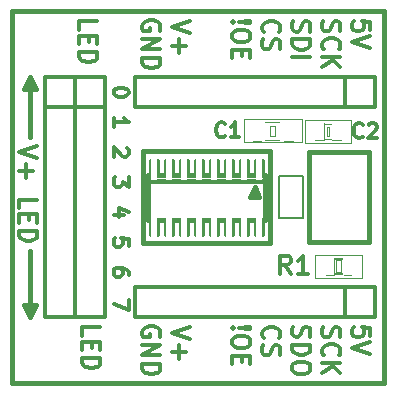
<source format=gto>
G04 (created by PCBNEW (2013-02-09 BZR 3938)-testing) date Sat 09 Feb 2013 11:14:46 PM CET*
%MOIN*%
G04 Gerber Fmt 3.4, Leading zero omitted, Abs format*
%FSLAX34Y34*%
G01*
G70*
G90*
G04 APERTURE LIST*
%ADD10C,2.3622e-06*%
%ADD11C,0.012*%
%ADD12C,0.015*%
%ADD13C,0.0026*%
%ADD14C,0.006*%
%ADD15C,0.002*%
%ADD16C,0.004*%
%ADD17C,0.008*%
%ADD18R,0.0649606X0.0649606*%
%ADD19C,0.0649606*%
%ADD20C,0.06*%
%ADD21R,0.0236X0.0866*%
%ADD22R,0.0511X0.059*%
%ADD23R,0.0629X0.0708*%
%ADD24R,0.04X0.04*%
G04 APERTURE END LIST*
G54D10*
G54D11*
X49114Y-27964D02*
X49085Y-27992D01*
X49057Y-27964D01*
X49085Y-27935D01*
X49114Y-27964D01*
X49057Y-27964D01*
X49285Y-27964D02*
X49628Y-27935D01*
X49657Y-27964D01*
X49628Y-27992D01*
X49285Y-27964D01*
X49657Y-27964D01*
X49657Y-28364D02*
X49657Y-28478D01*
X49628Y-28535D01*
X49571Y-28592D01*
X49457Y-28621D01*
X49257Y-28621D01*
X49142Y-28592D01*
X49085Y-28535D01*
X49057Y-28478D01*
X49057Y-28364D01*
X49085Y-28307D01*
X49142Y-28250D01*
X49257Y-28221D01*
X49457Y-28221D01*
X49571Y-28250D01*
X49628Y-28307D01*
X49657Y-28364D01*
X49371Y-28878D02*
X49371Y-29078D01*
X49057Y-29164D02*
X49057Y-28878D01*
X49657Y-28878D01*
X49657Y-29164D01*
X44057Y-28214D02*
X44057Y-27928D01*
X44657Y-27928D01*
X44371Y-28414D02*
X44371Y-28614D01*
X44057Y-28700D02*
X44057Y-28414D01*
X44657Y-28414D01*
X44657Y-28700D01*
X44057Y-28957D02*
X44657Y-28957D01*
X44657Y-29100D01*
X44628Y-29185D01*
X44571Y-29242D01*
X44514Y-29271D01*
X44400Y-29300D01*
X44314Y-29300D01*
X44200Y-29271D01*
X44142Y-29242D01*
X44085Y-29185D01*
X44057Y-29100D01*
X44057Y-28957D01*
X43957Y-18014D02*
X43957Y-17728D01*
X44557Y-17728D01*
X44271Y-18214D02*
X44271Y-18414D01*
X43957Y-18500D02*
X43957Y-18214D01*
X44557Y-18214D01*
X44557Y-18500D01*
X43957Y-18757D02*
X44557Y-18757D01*
X44557Y-18900D01*
X44528Y-18985D01*
X44471Y-19042D01*
X44414Y-19071D01*
X44300Y-19100D01*
X44214Y-19100D01*
X44100Y-19071D01*
X44042Y-19042D01*
X43985Y-18985D01*
X43957Y-18900D01*
X43957Y-18757D01*
G54D12*
X42100Y-27200D02*
X42300Y-27600D01*
X42500Y-27200D02*
X42100Y-27200D01*
X42300Y-27600D02*
X42500Y-27200D01*
X42500Y-20000D02*
X42300Y-19600D01*
X42100Y-20000D02*
X42500Y-20000D01*
X42300Y-19600D02*
X42100Y-20000D01*
X42300Y-27600D02*
X42300Y-25400D01*
X42300Y-19600D02*
X42300Y-21600D01*
X54100Y-17400D02*
X41700Y-17400D01*
X54100Y-29800D02*
X54100Y-17400D01*
X41700Y-29800D02*
X54100Y-29800D01*
X41700Y-17400D02*
X41700Y-29800D01*
G54D11*
X46628Y-18042D02*
X46657Y-17985D01*
X46657Y-17900D01*
X46628Y-17814D01*
X46571Y-17757D01*
X46514Y-17728D01*
X46400Y-17700D01*
X46314Y-17700D01*
X46200Y-17728D01*
X46142Y-17757D01*
X46085Y-17814D01*
X46057Y-17900D01*
X46057Y-17957D01*
X46085Y-18042D01*
X46114Y-18071D01*
X46314Y-18071D01*
X46314Y-17957D01*
X46057Y-18328D02*
X46657Y-18328D01*
X46057Y-18671D01*
X46657Y-18671D01*
X46057Y-18957D02*
X46657Y-18957D01*
X46657Y-19100D01*
X46628Y-19185D01*
X46571Y-19242D01*
X46514Y-19271D01*
X46400Y-19300D01*
X46314Y-19300D01*
X46200Y-19271D01*
X46142Y-19242D01*
X46085Y-19185D01*
X46057Y-19100D01*
X46057Y-18957D01*
X47657Y-17728D02*
X47057Y-17928D01*
X47657Y-18128D01*
X47285Y-18328D02*
X47285Y-18785D01*
X47057Y-18557D02*
X47514Y-18557D01*
X49114Y-17764D02*
X49085Y-17792D01*
X49057Y-17764D01*
X49085Y-17735D01*
X49114Y-17764D01*
X49057Y-17764D01*
X49285Y-17764D02*
X49628Y-17735D01*
X49657Y-17764D01*
X49628Y-17792D01*
X49285Y-17764D01*
X49657Y-17764D01*
X49657Y-18164D02*
X49657Y-18278D01*
X49628Y-18335D01*
X49571Y-18392D01*
X49457Y-18421D01*
X49257Y-18421D01*
X49142Y-18392D01*
X49085Y-18335D01*
X49057Y-18278D01*
X49057Y-18164D01*
X49085Y-18107D01*
X49142Y-18050D01*
X49257Y-18021D01*
X49457Y-18021D01*
X49571Y-18050D01*
X49628Y-18107D01*
X49657Y-18164D01*
X49371Y-18678D02*
X49371Y-18878D01*
X49057Y-18964D02*
X49057Y-18678D01*
X49657Y-18678D01*
X49657Y-18964D01*
X50114Y-18100D02*
X50085Y-18071D01*
X50057Y-17985D01*
X50057Y-17928D01*
X50085Y-17842D01*
X50142Y-17785D01*
X50200Y-17757D01*
X50314Y-17728D01*
X50400Y-17728D01*
X50514Y-17757D01*
X50571Y-17785D01*
X50628Y-17842D01*
X50657Y-17928D01*
X50657Y-17985D01*
X50628Y-18071D01*
X50600Y-18100D01*
X50085Y-18328D02*
X50057Y-18414D01*
X50057Y-18557D01*
X50085Y-18614D01*
X50114Y-18642D01*
X50171Y-18671D01*
X50228Y-18671D01*
X50285Y-18642D01*
X50314Y-18614D01*
X50342Y-18557D01*
X50371Y-18442D01*
X50400Y-18385D01*
X50428Y-18357D01*
X50485Y-18328D01*
X50542Y-18328D01*
X50600Y-18357D01*
X50628Y-18385D01*
X50657Y-18442D01*
X50657Y-18585D01*
X50628Y-18671D01*
X52085Y-17728D02*
X52057Y-17814D01*
X52057Y-17957D01*
X52085Y-18014D01*
X52114Y-18042D01*
X52171Y-18071D01*
X52228Y-18071D01*
X52285Y-18042D01*
X52314Y-18014D01*
X52342Y-17957D01*
X52371Y-17842D01*
X52400Y-17785D01*
X52428Y-17757D01*
X52485Y-17728D01*
X52542Y-17728D01*
X52600Y-17757D01*
X52628Y-17785D01*
X52657Y-17842D01*
X52657Y-17985D01*
X52628Y-18071D01*
X52114Y-18671D02*
X52085Y-18642D01*
X52057Y-18557D01*
X52057Y-18500D01*
X52085Y-18414D01*
X52142Y-18357D01*
X52200Y-18328D01*
X52314Y-18300D01*
X52400Y-18300D01*
X52514Y-18328D01*
X52571Y-18357D01*
X52628Y-18414D01*
X52657Y-18500D01*
X52657Y-18557D01*
X52628Y-18642D01*
X52600Y-18671D01*
X52057Y-18928D02*
X52657Y-18928D01*
X52057Y-19271D02*
X52400Y-19014D01*
X52657Y-19271D02*
X52314Y-18928D01*
X51085Y-17735D02*
X51057Y-17821D01*
X51057Y-17964D01*
X51085Y-18021D01*
X51114Y-18050D01*
X51171Y-18078D01*
X51228Y-18078D01*
X51285Y-18050D01*
X51314Y-18021D01*
X51342Y-17964D01*
X51371Y-17850D01*
X51400Y-17792D01*
X51428Y-17764D01*
X51485Y-17735D01*
X51542Y-17735D01*
X51600Y-17764D01*
X51628Y-17792D01*
X51657Y-17850D01*
X51657Y-17992D01*
X51628Y-18078D01*
X51057Y-18335D02*
X51657Y-18335D01*
X51657Y-18478D01*
X51628Y-18564D01*
X51571Y-18621D01*
X51514Y-18650D01*
X51400Y-18678D01*
X51314Y-18678D01*
X51200Y-18650D01*
X51142Y-18621D01*
X51085Y-18564D01*
X51057Y-18478D01*
X51057Y-18335D01*
X51057Y-18935D02*
X51657Y-18935D01*
X53657Y-18035D02*
X53657Y-17750D01*
X53371Y-17721D01*
X53400Y-17750D01*
X53428Y-17807D01*
X53428Y-17950D01*
X53400Y-18007D01*
X53371Y-18035D01*
X53314Y-18064D01*
X53171Y-18064D01*
X53114Y-18035D01*
X53085Y-18007D01*
X53057Y-17950D01*
X53057Y-17807D01*
X53085Y-17750D01*
X53114Y-17721D01*
X53657Y-18235D02*
X53057Y-18435D01*
X53657Y-18635D01*
X53657Y-28235D02*
X53657Y-27950D01*
X53371Y-27921D01*
X53400Y-27950D01*
X53428Y-28007D01*
X53428Y-28150D01*
X53400Y-28207D01*
X53371Y-28235D01*
X53314Y-28264D01*
X53171Y-28264D01*
X53114Y-28235D01*
X53085Y-28207D01*
X53057Y-28150D01*
X53057Y-28007D01*
X53085Y-27950D01*
X53114Y-27921D01*
X53657Y-28435D02*
X53057Y-28635D01*
X53657Y-28835D01*
X51085Y-27914D02*
X51057Y-28000D01*
X51057Y-28142D01*
X51085Y-28200D01*
X51114Y-28228D01*
X51171Y-28257D01*
X51228Y-28257D01*
X51285Y-28228D01*
X51314Y-28200D01*
X51342Y-28142D01*
X51371Y-28028D01*
X51400Y-27971D01*
X51428Y-27942D01*
X51485Y-27914D01*
X51542Y-27914D01*
X51600Y-27942D01*
X51628Y-27971D01*
X51657Y-28028D01*
X51657Y-28171D01*
X51628Y-28257D01*
X51057Y-28514D02*
X51657Y-28514D01*
X51657Y-28657D01*
X51628Y-28742D01*
X51571Y-28800D01*
X51514Y-28828D01*
X51400Y-28857D01*
X51314Y-28857D01*
X51200Y-28828D01*
X51142Y-28800D01*
X51085Y-28742D01*
X51057Y-28657D01*
X51057Y-28514D01*
X51657Y-29228D02*
X51657Y-29342D01*
X51628Y-29400D01*
X51571Y-29457D01*
X51457Y-29485D01*
X51257Y-29485D01*
X51142Y-29457D01*
X51085Y-29400D01*
X51057Y-29342D01*
X51057Y-29228D01*
X51085Y-29171D01*
X51142Y-29114D01*
X51257Y-29085D01*
X51457Y-29085D01*
X51571Y-29114D01*
X51628Y-29171D01*
X51657Y-29228D01*
X52085Y-27928D02*
X52057Y-28014D01*
X52057Y-28157D01*
X52085Y-28214D01*
X52114Y-28242D01*
X52171Y-28271D01*
X52228Y-28271D01*
X52285Y-28242D01*
X52314Y-28214D01*
X52342Y-28157D01*
X52371Y-28042D01*
X52400Y-27985D01*
X52428Y-27957D01*
X52485Y-27928D01*
X52542Y-27928D01*
X52600Y-27957D01*
X52628Y-27985D01*
X52657Y-28042D01*
X52657Y-28185D01*
X52628Y-28271D01*
X52114Y-28871D02*
X52085Y-28842D01*
X52057Y-28757D01*
X52057Y-28700D01*
X52085Y-28614D01*
X52142Y-28557D01*
X52200Y-28528D01*
X52314Y-28500D01*
X52400Y-28500D01*
X52514Y-28528D01*
X52571Y-28557D01*
X52628Y-28614D01*
X52657Y-28700D01*
X52657Y-28757D01*
X52628Y-28842D01*
X52600Y-28871D01*
X52057Y-29128D02*
X52657Y-29128D01*
X52057Y-29471D02*
X52400Y-29214D01*
X52657Y-29471D02*
X52314Y-29128D01*
X50114Y-28300D02*
X50085Y-28271D01*
X50057Y-28185D01*
X50057Y-28128D01*
X50085Y-28042D01*
X50142Y-27985D01*
X50200Y-27957D01*
X50314Y-27928D01*
X50400Y-27928D01*
X50514Y-27957D01*
X50571Y-27985D01*
X50628Y-28042D01*
X50657Y-28128D01*
X50657Y-28185D01*
X50628Y-28271D01*
X50600Y-28300D01*
X50085Y-28528D02*
X50057Y-28614D01*
X50057Y-28757D01*
X50085Y-28814D01*
X50114Y-28842D01*
X50171Y-28871D01*
X50228Y-28871D01*
X50285Y-28842D01*
X50314Y-28814D01*
X50342Y-28757D01*
X50371Y-28642D01*
X50400Y-28585D01*
X50428Y-28557D01*
X50485Y-28528D01*
X50542Y-28528D01*
X50600Y-28557D01*
X50628Y-28585D01*
X50657Y-28642D01*
X50657Y-28785D01*
X50628Y-28871D01*
X47657Y-27928D02*
X47057Y-28128D01*
X47657Y-28328D01*
X47285Y-28528D02*
X47285Y-28985D01*
X47057Y-28757D02*
X47514Y-28757D01*
X46628Y-28242D02*
X46657Y-28185D01*
X46657Y-28100D01*
X46628Y-28014D01*
X46571Y-27957D01*
X46514Y-27928D01*
X46400Y-27900D01*
X46314Y-27900D01*
X46200Y-27928D01*
X46142Y-27957D01*
X46085Y-28014D01*
X46057Y-28100D01*
X46057Y-28157D01*
X46085Y-28242D01*
X46114Y-28271D01*
X46314Y-28271D01*
X46314Y-28157D01*
X46057Y-28528D02*
X46657Y-28528D01*
X46057Y-28871D01*
X46657Y-28871D01*
X46057Y-29157D02*
X46657Y-29157D01*
X46657Y-29300D01*
X46628Y-29385D01*
X46571Y-29442D01*
X46514Y-29471D01*
X46400Y-29500D01*
X46314Y-29500D01*
X46200Y-29471D01*
X46142Y-29442D01*
X46085Y-29385D01*
X46057Y-29300D01*
X46057Y-29157D01*
X45430Y-24195D02*
X45097Y-24195D01*
X45621Y-24076D02*
X45264Y-23957D01*
X45264Y-24266D01*
X45597Y-25219D02*
X45597Y-24980D01*
X45359Y-24957D01*
X45383Y-24980D01*
X45407Y-25028D01*
X45407Y-25147D01*
X45383Y-25195D01*
X45359Y-25219D01*
X45311Y-25242D01*
X45192Y-25242D01*
X45145Y-25219D01*
X45121Y-25195D01*
X45097Y-25147D01*
X45097Y-25028D01*
X45121Y-24980D01*
X45145Y-24957D01*
X45597Y-27033D02*
X45597Y-27366D01*
X45097Y-27152D01*
X45597Y-26195D02*
X45597Y-26100D01*
X45573Y-26052D01*
X45550Y-26028D01*
X45478Y-25980D01*
X45383Y-25957D01*
X45192Y-25957D01*
X45145Y-25980D01*
X45121Y-26004D01*
X45097Y-26052D01*
X45097Y-26147D01*
X45121Y-26195D01*
X45145Y-26219D01*
X45192Y-26242D01*
X45311Y-26242D01*
X45359Y-26219D01*
X45383Y-26195D01*
X45407Y-26147D01*
X45407Y-26052D01*
X45383Y-26004D01*
X45359Y-25980D01*
X45311Y-25957D01*
X45550Y-21957D02*
X45573Y-21980D01*
X45597Y-22028D01*
X45597Y-22147D01*
X45573Y-22195D01*
X45550Y-22219D01*
X45502Y-22242D01*
X45454Y-22242D01*
X45383Y-22219D01*
X45097Y-21933D01*
X45097Y-22242D01*
X45597Y-22933D02*
X45597Y-23242D01*
X45407Y-23076D01*
X45407Y-23147D01*
X45383Y-23195D01*
X45359Y-23219D01*
X45311Y-23242D01*
X45192Y-23242D01*
X45145Y-23219D01*
X45121Y-23195D01*
X45097Y-23147D01*
X45097Y-23004D01*
X45121Y-22957D01*
X45145Y-22933D01*
X45097Y-21242D02*
X45097Y-20957D01*
X45097Y-21100D02*
X45597Y-21100D01*
X45526Y-21052D01*
X45478Y-21004D01*
X45454Y-20957D01*
X45597Y-20076D02*
X45597Y-20123D01*
X45573Y-20171D01*
X45550Y-20195D01*
X45502Y-20219D01*
X45407Y-20242D01*
X45288Y-20242D01*
X45192Y-20219D01*
X45145Y-20195D01*
X45121Y-20171D01*
X45097Y-20123D01*
X45097Y-20076D01*
X45121Y-20028D01*
X45145Y-20004D01*
X45192Y-19980D01*
X45288Y-19957D01*
X45407Y-19957D01*
X45502Y-19980D01*
X45550Y-20004D01*
X45573Y-20028D01*
X45597Y-20076D01*
X42557Y-21885D02*
X41957Y-22085D01*
X42557Y-22285D01*
X42185Y-22485D02*
X42185Y-22942D01*
X41957Y-22714D02*
X42414Y-22714D01*
X41957Y-23971D02*
X41957Y-23685D01*
X42557Y-23685D01*
X42271Y-24171D02*
X42271Y-24371D01*
X41957Y-24457D02*
X41957Y-24171D01*
X42557Y-24171D01*
X42557Y-24457D01*
X41957Y-24714D02*
X42557Y-24714D01*
X42557Y-24857D01*
X42528Y-24942D01*
X42471Y-25000D01*
X42414Y-25028D01*
X42300Y-25057D01*
X42214Y-25057D01*
X42100Y-25028D01*
X42042Y-25000D01*
X41985Y-24942D01*
X41957Y-24857D01*
X41957Y-24714D01*
X42800Y-19600D02*
X42800Y-27600D01*
X43800Y-27600D02*
X42800Y-27600D01*
X43800Y-19600D02*
X43800Y-27600D01*
X42800Y-19600D02*
X43800Y-19600D01*
X43800Y-20600D02*
X42800Y-20600D01*
X43800Y-19600D02*
X43800Y-27600D01*
X44800Y-27600D02*
X43800Y-27600D01*
X44800Y-19600D02*
X44800Y-27600D01*
X43800Y-19600D02*
X44800Y-19600D01*
X44800Y-20600D02*
X43800Y-20600D01*
X53800Y-26600D02*
X45800Y-26600D01*
X45800Y-27600D02*
X45800Y-26600D01*
X53800Y-27600D02*
X45800Y-27600D01*
X53800Y-26600D02*
X53800Y-27600D01*
X52800Y-27600D02*
X52800Y-26600D01*
X53800Y-19600D02*
X45800Y-19600D01*
X45800Y-20600D02*
X45800Y-19600D01*
X53800Y-20600D02*
X45800Y-20600D01*
X53800Y-19600D02*
X53800Y-20600D01*
X52800Y-20600D02*
X52800Y-19600D01*
G54D12*
X51600Y-25100D02*
X53600Y-25100D01*
X53600Y-25100D02*
X53600Y-22100D01*
X53600Y-22100D02*
X51600Y-22100D01*
X51600Y-22100D02*
X51600Y-25100D01*
X49800Y-23250D02*
X49800Y-23600D01*
X49800Y-23250D02*
X49950Y-23600D01*
X49950Y-23600D02*
X49650Y-23600D01*
X49650Y-23600D02*
X49800Y-23250D01*
X50046Y-22380D02*
X49853Y-22380D01*
X49853Y-22380D02*
X49853Y-22813D01*
X50046Y-22813D02*
X49853Y-22813D01*
X50046Y-22380D02*
X50046Y-22813D01*
X49546Y-22380D02*
X49353Y-22380D01*
X49353Y-22380D02*
X49353Y-22813D01*
X49546Y-22813D02*
X49353Y-22813D01*
X49546Y-22380D02*
X49546Y-22813D01*
X49046Y-22380D02*
X48853Y-22380D01*
X48853Y-22380D02*
X48853Y-22813D01*
X49046Y-22813D02*
X48853Y-22813D01*
X49046Y-22380D02*
X49046Y-22813D01*
X48546Y-22380D02*
X48353Y-22380D01*
X48353Y-22380D02*
X48353Y-22813D01*
X48546Y-22813D02*
X48353Y-22813D01*
X48546Y-22380D02*
X48546Y-22813D01*
X47547Y-24387D02*
X47354Y-24387D01*
X47354Y-24387D02*
X47354Y-24820D01*
X47547Y-24820D02*
X47354Y-24820D01*
X47547Y-24387D02*
X47547Y-24820D01*
X48047Y-24387D02*
X47854Y-24387D01*
X47854Y-24387D02*
X47854Y-24820D01*
X48047Y-24820D02*
X47854Y-24820D01*
X48047Y-24387D02*
X48047Y-24820D01*
X48546Y-24387D02*
X48353Y-24387D01*
X48353Y-24387D02*
X48353Y-24820D01*
X48546Y-24820D02*
X48353Y-24820D01*
X48546Y-24387D02*
X48546Y-24820D01*
X49046Y-24387D02*
X48853Y-24387D01*
X48853Y-24387D02*
X48853Y-24820D01*
X49046Y-24820D02*
X48853Y-24820D01*
X49046Y-24387D02*
X49046Y-24820D01*
X48047Y-22380D02*
X47854Y-22380D01*
X47854Y-22380D02*
X47854Y-22813D01*
X48047Y-22813D02*
X47854Y-22813D01*
X48047Y-22380D02*
X48047Y-22813D01*
X47547Y-22380D02*
X47354Y-22380D01*
X47354Y-22380D02*
X47354Y-22813D01*
X47547Y-22813D02*
X47354Y-22813D01*
X47547Y-22380D02*
X47547Y-22813D01*
X47047Y-22380D02*
X46854Y-22380D01*
X46854Y-22380D02*
X46854Y-22813D01*
X47047Y-22813D02*
X46854Y-22813D01*
X47047Y-22380D02*
X47047Y-22813D01*
X46547Y-22380D02*
X46354Y-22380D01*
X46354Y-22380D02*
X46354Y-22813D01*
X46547Y-22813D02*
X46354Y-22813D01*
X46547Y-22380D02*
X46547Y-22813D01*
X46547Y-24387D02*
X46354Y-24387D01*
X46354Y-24387D02*
X46354Y-24820D01*
X46547Y-24820D02*
X46354Y-24820D01*
X46547Y-24387D02*
X46547Y-24820D01*
X47047Y-24387D02*
X46854Y-24387D01*
X46854Y-24387D02*
X46854Y-24820D01*
X47047Y-24820D02*
X46854Y-24820D01*
X47047Y-24387D02*
X47047Y-24820D01*
X49546Y-24387D02*
X49353Y-24387D01*
X49353Y-24387D02*
X49353Y-24820D01*
X49546Y-24820D02*
X49353Y-24820D01*
X49546Y-24387D02*
X49546Y-24820D01*
X50046Y-24387D02*
X49853Y-24387D01*
X49853Y-24387D02*
X49853Y-24820D01*
X50046Y-24820D02*
X49853Y-24820D01*
X50046Y-24387D02*
X50046Y-24820D01*
X50324Y-25135D02*
X46076Y-25135D01*
X46076Y-22065D02*
X50324Y-22065D01*
X50324Y-22065D02*
X50324Y-25135D01*
X46256Y-22852D02*
X50144Y-22852D01*
X50144Y-22852D02*
X50144Y-23049D01*
X50144Y-23049D02*
X50144Y-24348D01*
X50144Y-24348D02*
X46256Y-24348D01*
X46256Y-23049D02*
X50144Y-23049D01*
X46256Y-24348D02*
X46256Y-23049D01*
X46256Y-23049D02*
X46256Y-22852D01*
X46076Y-25135D02*
X46076Y-22065D01*
G54D13*
X52440Y-25625D02*
X52185Y-25625D01*
X52185Y-25625D02*
X52185Y-26176D01*
X52440Y-26176D02*
X52185Y-26176D01*
X52440Y-25625D02*
X52440Y-26176D01*
X53020Y-25625D02*
X52764Y-25625D01*
X52764Y-25625D02*
X52764Y-26176D01*
X53020Y-26176D02*
X52764Y-26176D01*
X53020Y-25625D02*
X53020Y-26176D01*
X52678Y-25704D02*
X52522Y-25704D01*
X52522Y-25704D02*
X52522Y-26096D01*
X52678Y-26096D02*
X52522Y-26096D01*
X52678Y-25704D02*
X52678Y-26096D01*
G54D14*
X52761Y-26150D02*
X52439Y-26150D01*
X52761Y-25650D02*
X52439Y-25650D01*
G54D15*
X53376Y-26287D02*
X51824Y-26287D01*
X51824Y-26287D02*
X51824Y-25513D01*
X51824Y-25513D02*
X53376Y-25513D01*
X53376Y-25513D02*
X53376Y-26287D01*
G54D13*
X51071Y-21049D02*
X50775Y-21049D01*
X50775Y-21049D02*
X50775Y-21718D01*
X51071Y-21718D02*
X50775Y-21718D01*
X51071Y-21049D02*
X51071Y-21718D01*
X50027Y-21050D02*
X49731Y-21050D01*
X49731Y-21050D02*
X49731Y-21719D01*
X50027Y-21719D02*
X49731Y-21719D01*
X50027Y-21050D02*
X50027Y-21719D01*
X50479Y-21227D02*
X50323Y-21227D01*
X50323Y-21227D02*
X50323Y-21541D01*
X50479Y-21541D02*
X50323Y-21541D01*
X50479Y-21227D02*
X50479Y-21541D01*
G54D15*
X51374Y-21771D02*
X49428Y-21771D01*
X49428Y-20997D02*
X51374Y-20997D01*
X51374Y-20997D02*
X51374Y-21771D01*
X49428Y-21771D02*
X49428Y-20997D01*
G54D16*
X50780Y-21693D02*
X50022Y-21693D01*
X50780Y-21075D02*
X50022Y-21075D01*
G54D13*
X51821Y-21685D02*
X52116Y-21685D01*
X52116Y-21685D02*
X52116Y-21115D01*
X51821Y-21115D02*
X52116Y-21115D01*
X51821Y-21685D02*
X51821Y-21115D01*
X52390Y-21685D02*
X52685Y-21685D01*
X52685Y-21685D02*
X52685Y-21115D01*
X52390Y-21115D02*
X52685Y-21115D01*
X52390Y-21685D02*
X52390Y-21115D01*
X52211Y-21557D02*
X52289Y-21557D01*
X52289Y-21557D02*
X52289Y-21243D01*
X52211Y-21243D02*
X52289Y-21243D01*
X52211Y-21557D02*
X52211Y-21243D01*
G54D15*
X51474Y-21013D02*
X53026Y-21013D01*
X53026Y-21787D02*
X51474Y-21787D01*
X51474Y-21787D02*
X51474Y-21013D01*
G54D16*
X52100Y-21141D02*
X52400Y-21141D01*
X52110Y-21659D02*
X52400Y-21659D01*
G54D15*
X53026Y-21013D02*
X53026Y-21787D01*
G54D17*
X51400Y-24300D02*
X51400Y-22950D01*
X51400Y-22950D02*
X51400Y-22900D01*
X51400Y-22900D02*
X50600Y-22900D01*
X50600Y-22900D02*
X50600Y-24300D01*
X50600Y-24300D02*
X51400Y-24300D01*
G54D11*
X51000Y-26142D02*
X50800Y-25857D01*
X50657Y-26142D02*
X50657Y-25542D01*
X50885Y-25542D01*
X50942Y-25571D01*
X50971Y-25600D01*
X51000Y-25657D01*
X51000Y-25742D01*
X50971Y-25800D01*
X50942Y-25828D01*
X50885Y-25857D01*
X50657Y-25857D01*
X51571Y-26142D02*
X51228Y-26142D01*
X51400Y-26142D02*
X51400Y-25542D01*
X51342Y-25628D01*
X51285Y-25685D01*
X51228Y-25714D01*
X48816Y-21554D02*
X48792Y-21578D01*
X48721Y-21602D01*
X48673Y-21602D01*
X48602Y-21578D01*
X48554Y-21530D01*
X48530Y-21483D01*
X48507Y-21388D01*
X48507Y-21316D01*
X48530Y-21221D01*
X48554Y-21173D01*
X48602Y-21126D01*
X48673Y-21102D01*
X48721Y-21102D01*
X48792Y-21126D01*
X48816Y-21150D01*
X49292Y-21602D02*
X49007Y-21602D01*
X49150Y-21602D02*
X49150Y-21102D01*
X49102Y-21173D01*
X49054Y-21221D01*
X49007Y-21245D01*
X53404Y-21578D02*
X53380Y-21602D01*
X53309Y-21626D01*
X53261Y-21626D01*
X53190Y-21602D01*
X53142Y-21554D01*
X53118Y-21507D01*
X53095Y-21412D01*
X53095Y-21340D01*
X53118Y-21245D01*
X53142Y-21197D01*
X53190Y-21150D01*
X53261Y-21126D01*
X53309Y-21126D01*
X53380Y-21150D01*
X53404Y-21174D01*
X53595Y-21174D02*
X53618Y-21150D01*
X53666Y-21126D01*
X53785Y-21126D01*
X53833Y-21150D01*
X53857Y-21174D01*
X53880Y-21221D01*
X53880Y-21269D01*
X53857Y-21340D01*
X53571Y-21626D01*
X53880Y-21626D01*
%LPC*%
G54D18*
X43300Y-20100D03*
G54D19*
X43300Y-21100D03*
X43300Y-22100D03*
X43300Y-23100D03*
X43300Y-24100D03*
X43300Y-25100D03*
X43300Y-26100D03*
X43300Y-27100D03*
G54D18*
X44300Y-20100D03*
G54D19*
X44300Y-21100D03*
X44300Y-22100D03*
X44300Y-23100D03*
X44300Y-24100D03*
X44300Y-25100D03*
X44300Y-26100D03*
X44300Y-27100D03*
G54D18*
X53300Y-27100D03*
G54D19*
X52300Y-27100D03*
X51300Y-27100D03*
X50300Y-27100D03*
X49300Y-27100D03*
X48300Y-27100D03*
X47300Y-27100D03*
X46300Y-27100D03*
G54D18*
X53300Y-20100D03*
G54D19*
X52300Y-20100D03*
X51300Y-20100D03*
X50300Y-20100D03*
X49300Y-20100D03*
X48300Y-20100D03*
X47300Y-20100D03*
X46300Y-20100D03*
G54D20*
X53100Y-24600D03*
X52100Y-23600D03*
X53100Y-22600D03*
G54D21*
X49950Y-22577D03*
X49450Y-22577D03*
X48950Y-22577D03*
X48450Y-22577D03*
X47950Y-22577D03*
X47450Y-22577D03*
X46950Y-22577D03*
X46450Y-22577D03*
X46450Y-24623D03*
X46950Y-24623D03*
X47450Y-24623D03*
X47950Y-24623D03*
X48450Y-24623D03*
X48950Y-24623D03*
X49450Y-24623D03*
X49950Y-24623D03*
G54D22*
X52974Y-25900D03*
X52226Y-25900D03*
G54D23*
X50952Y-21384D03*
X49850Y-21384D03*
G54D22*
X51876Y-21400D03*
X52624Y-21400D03*
G54D24*
X51000Y-23325D03*
X51000Y-23875D03*
M02*

</source>
